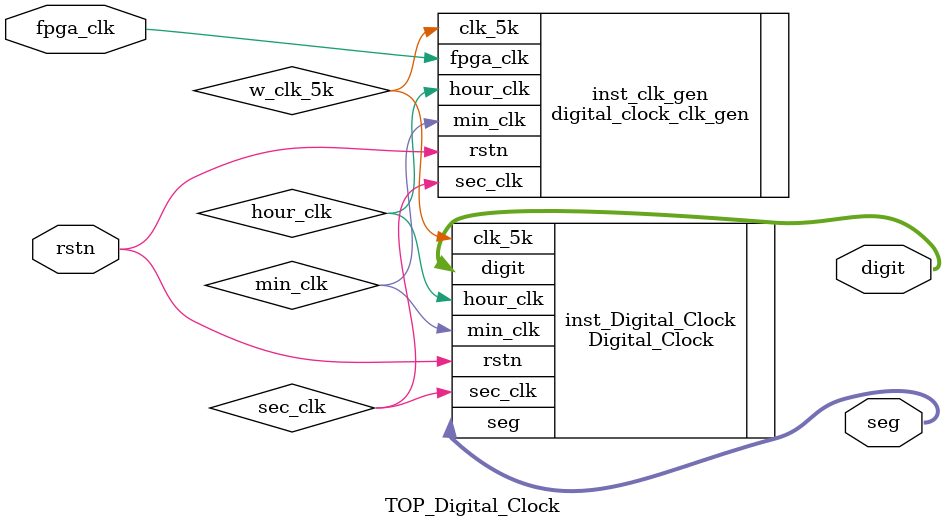
<source format=v>
`timescale 1ns / 1ps


module TOP_Digital_Clock(
    input fpga_clk,
    input rstn,

    output wire [7:0] digit,
    output wire [6:0] seg
);
wire sec_clk;
wire min_clk;
wire hour_clk;
wire w_clk_5k;

digital_clock_clk_gen inst_clk_gen(
    // INPUTS
    .fpga_clk(fpga_clk),
    .rstn(rstn),
    
    // OUTPUTS
    .sec_clk(sec_clk),
    .min_clk(min_clk),
    .hour_clk(hour_clk),
    .clk_5k(w_clk_5k)
);

Digital_Clock inst_Digital_Clock(
    // INPUTS
    .rstn(rstn),
    .sec_clk(sec_clk),
    .min_clk(min_clk),
    .hour_clk(hour_clk),
    .clk_5k(w_clk_5k),
    
    // OUTPUTS
    .digit(digit),
    .seg(seg)
);
endmodule

</source>
